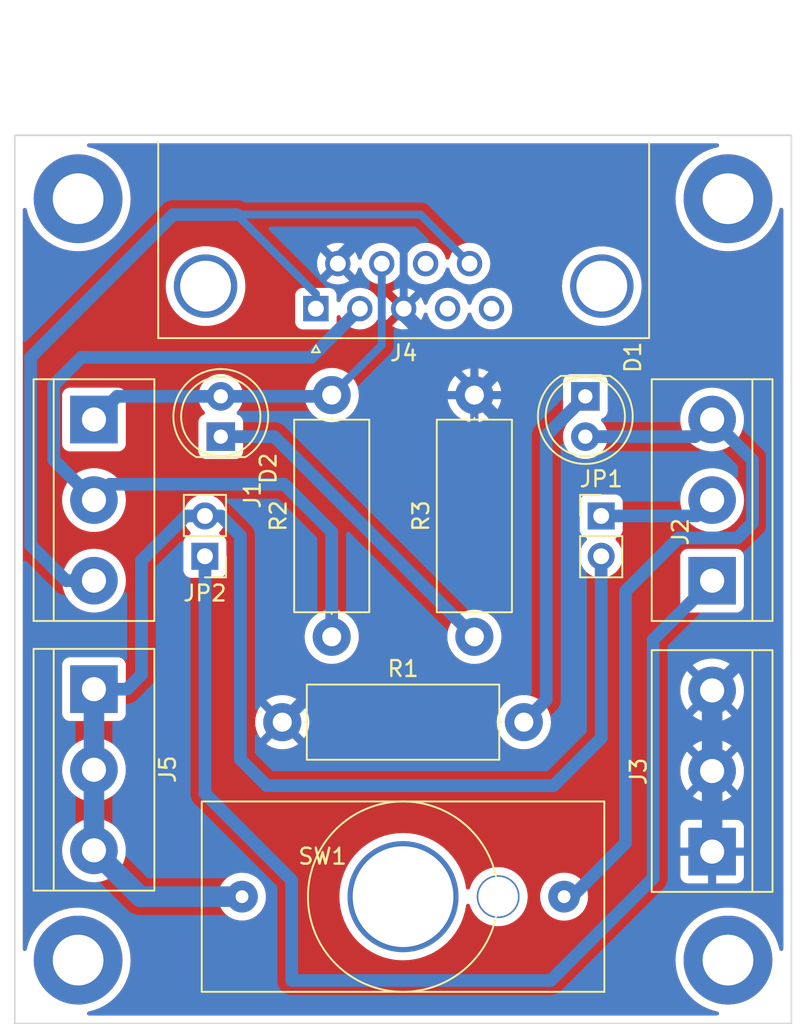
<source format=kicad_pcb>
(kicad_pcb (version 20211014) (generator pcbnew)
  (layers (0 "F.Cu" signal) (31 "B.Cu" signal) (34 "B.Paste" user) (35 "F.Paste" user) (36 "B.SilkS" user "B.Silkscreen") (37 "F.SilkS" user "F.Silkscreen") (38 "B.Mask" user) (39 "F.Mask" user) (44 "Edge.Cuts" user))
  (net 0 "")
  (net 1 "Net-(D1-Pad1)")
  (net 2 "/KEYON")
  (net 3 "Net-(D2-Pad1)")
  (net 4 "/CAN_H_Peak")
  (net 5 "/CAN_L_Peak")
  (net 6 "/Can_V+")
  (net 7 "/DC Charging Wake up Signal")
  (net 8 "/AC Charging wake up")
  (net 9 "GND")
  (net 13 "+12V")
  (footprint "TerminalBlock:TerminalBlock_bornier-3_P5.08mm" (layer "F.Cu") (at 95 56.08 90)
    (fp_text reference "J2" (at 3.08 -2 90) (layer "F.SilkS"))
    (fp_text value "Screw_Terminal_01x03")
    (fp_line (start 12.7 3.81) (end 12.7 -3.81) (layer "F.SilkS") (width 0.12))
    (fp_line (start -2.54 3.81) (end -2.54 -3.81) (layer "F.SilkS") (width 0.12))
    (fp_line (start -2.54 2.54) (end 12.7 2.54) (layer "F.SilkS") (width 0.12))
    (fp_line (start -2.54 3.81) (end 12.7 3.81) (layer "F.SilkS") (width 0.12))
    (fp_line (start -2.54 -3.81) (end 12.7 -3.81) (layer "F.SilkS") (width 0.12))
    (pad "1" thru_hole rect (at 0 0 90) (size 3 3) (drill 1.52) (layers *.Cu *.Mask) (net 7 "/DC Charging Wake up Signal"))
    (pad "2" thru_hole circle (at 5.08 0 90) (size 3 3) (drill 1.52) (layers *.Cu *.Mask) (net 8 "/AC Charging wake up"))
    (pad "3" thru_hole circle (at 10.16 0 90) (size 3 3) (drill 1.52) (layers *.Cu *.Mask) (net 2 "/KEYON"))
  )
  (footprint "TerminalBlock:TerminalBlock_bornier-3_P5.08mm" (layer "F.Cu") (at 56 62.92 -90)
    (fp_text reference "J5" (at 5.05 -4.65 90) (layer "F.SilkS"))
    (fp_text value "Screw_Terminal_01x03")
    (fp_line (start -2.54 2.54) (end 12.7 2.54) (layer "F.SilkS") (width 0.12))
    (fp_line (start -2.54 -3.81) (end 12.7 -3.81) (layer "F.SilkS") (width 0.12))
    (fp_line (start 12.7 3.81) (end 12.7 -3.81) (layer "F.SilkS") (width 0.12))
    (fp_line (start -2.54 3.81) (end 12.7 3.81) (layer "F.SilkS") (width 0.12))
    (fp_line (start -2.54 3.81) (end -2.54 -3.81) (layer "F.SilkS") (width 0.12))
    (pad "1" thru_hole rect (at 0 0 270) (size 3 3) (drill 1.52) (layers *.Cu *.Mask) (net 13 "+12V"))
    (pad "2" thru_hole circle (at 5.08 0 270) (size 3 3) (drill 1.52) (layers *.Cu *.Mask) (net 13 "+12V"))
    (pad "3" thru_hole circle (at 10.16 0 270) (size 3 3) (drill 1.52) (layers *.Cu *.Mask) (net 13 "+12V"))
  )
  (footprint "" (layer "F.Cu") (at 55 80)
    (fp_text reference "" (at 0 0) (layer "F.SilkS") (effects (font (size 1.27 1.27))))
    (fp_text value "" (at 0 0) (layer "F.SilkS") (effects (font (size 1.27 1.27))))
    (pad "1" thru_hole circle (at 0 0) (size 5.6 5.6) (drill 3.2) (layers *.Cu *.Mask))
  )
  (footprint "MountingHole:MountingHole_3.2mm_M3_DIN965_Pad" (layer "F.Cu") (at 55 32)
    (fp_text reference "REF**" hide)
    (fp_text value "MountingHole_3.2mm_M3_DIN965_Pad" hide)
    (pad "1" thru_hole circle (at 0 0) (size 5.6 5.6) (drill 3.2) (layers *.Cu *.Mask))
  )
  (footprint "" (layer "F.Cu") (at 96 32)
    (fp_text reference "" (at 0 0) (layer "F.SilkS") (effects (font (size 1.27 1.27))))
    (fp_text value "" (at 0 0) (layer "F.SilkS") (effects (font (size 1.27 1.27))))
    (pad "1" thru_hole circle (at 0 0) (size 5.6 5.6) (drill 3.2) (layers *.Cu *.Mask))
  )
  (footprint "Resistor_THT:R_Axial_DIN0414_L11.9mm_D4.5mm_P15.24mm_Horizontal" (layer "F.Cu") (at 71 59.62 90)
    (fp_text reference "R2" (at 7.62 -3.37 90) (layer "F.SilkS"))
    (fp_text value "R")
    (fp_line (start 13.8 0) (end 13.69 0) (layer "F.SilkS") (width 0.12))
    (fp_line (start 1.55 2.37) (end 13.69 2.37) (layer "F.SilkS") (width 0.12))
    (fp_line (start 13.69 2.37) (end 13.69 -2.37) (layer "F.SilkS") (width 0.12))
    (fp_line (start 13.69 -2.37) (end 1.55 -2.37) (layer "F.SilkS") (width 0.12))
    (fp_line (start 1.44 0) (end 1.55 0) (layer "F.SilkS") (width 0.12))
    (fp_line (start 1.55 -2.37) (end 1.55 2.37) (layer "F.SilkS") (width 0.12))
    (pad "1" thru_hole circle (at 0 0 90) (size 2.4 2.4) (drill 1.2) (layers *.Cu *.Mask) (net 5 "/CAN_L_Peak"))
    (pad "2" thru_hole oval (at 15.24 0 90) (size 2.4 2.4) (drill 1.2) (layers *.Cu *.Mask) (net 4 "/CAN_H_Peak"))
  )
  (footprint "EPSA_lib:Interrupteur 1Channel" (layer "F.Cu") (at 75.5 76)
    (fp_text reference "SW1" (at -5.08 -2.54 unlocked) (layer "F.SilkS"))
    (fp_text value "SW_MEC_5G")
    (fp_rect (start 12.7 6) (end -12.7 -6) (layer "F.SilkS") (width 0.12) (fill none))
    (fp_circle (center 0 0) (end 6 0) (layer "F.SilkS") (width 0.12) (fill none))
    (pad "" np_thru_hole circle (at 0 0) (size 7 7) (drill 6.35) (layers F&B.Cu *.Mask))
    (pad "" np_thru_hole circle (at 6 0) (size 2.7 2.7) (drill 2.5) (layers F&B.Cu *.Mask))
    (pad "2" thru_hole circle (at 10.16 0) (size 2 2) (drill 0.81) (layers *.Cu *.Mask) (net 2 "/KEYON"))
    (pad "3" thru_hole circle (at -10.16 0) (size 2 2) (drill 0.81) (layers *.Cu *.Mask) (net 13 "+12V"))
  )
  (footprint "Resistor_THT:R_Axial_DIN0414_L11.9mm_D4.5mm_P15.24mm_Horizontal" (layer "F.Cu") (at 80 59.62 90)
    (fp_text reference "R3" (at 7.62 -3.37 90) (layer "F.SilkS"))
    (fp_text value "R")
    (fp_line (start 13.69 2.37) (end 13.69 -2.37) (layer "F.SilkS") (width 0.12))
    (fp_line (start 1.55 -2.37) (end 1.55 2.37) (layer "F.SilkS") (width 0.12))
    (fp_line (start 1.44 0) (end 1.55 0) (layer "F.SilkS") (width 0.12))
    (fp_line (start 1.55 2.37) (end 13.69 2.37) (layer "F.SilkS") (width 0.12))
    (fp_line (start 13.69 -2.37) (end 1.55 -2.37) (layer "F.SilkS") (width 0.12))
    (fp_line (start 13.8 0) (end 13.69 0) (layer "F.SilkS") (width 0.12))
    (pad "1" thru_hole circle (at 0 0 90) (size 2.4 2.4) (drill 1.2) (layers *.Cu *.Mask) (net 3 "Net-(D2-Pad1)"))
    (pad "2" thru_hole oval (at 15.24 0 90) (size 2.4 2.4) (drill 1.2) (layers *.Cu *.Mask) (net 9 "GND"))
  )
  (footprint "Connector_PinHeader_2.54mm:PinHeader_1x02_P2.54mm_Vertical" (layer "F.Cu") (at 63 54.54 180)
    (fp_text reference "JP2" (at 0 -2.33) (layer "F.SilkS"))
    (fp_text value "Jumper_2_Bridged")
    (fp_line (start -1.33 0) (end -1.33 -1.33) (layer "F.SilkS") (width 0.12))
    (fp_line (start -1.33 3.87) (end 1.33 3.87) (layer "F.SilkS") (width 0.12))
    (fp_line (start -1.33 -1.33) (end 0 -1.33) (layer "F.SilkS") (width 0.12))
    (fp_line (start -1.33 1.27) (end 1.33 1.27) (layer "F.SilkS") (width 0.12))
    (fp_line (start 1.33 1.27) (end 1.33 3.87) (layer "F.SilkS") (width 0.12))
    (fp_line (start -1.33 1.27) (end -1.33 3.87) (layer "F.SilkS") (width 0.12))
    (pad "1" thru_hole rect (at 0 0 180) (size 1.7 1.7) (drill 1) (layers *.Cu *.Mask) (net 7 "/DC Charging Wake up Signal"))
    (pad "2" thru_hole oval (at 0 2.54 180) (size 1.7 1.7) (drill 1) (layers *.Cu *.Mask) (net 13 "+12V"))
  )
  (footprint "Connector_Dsub:DSUB-9_Female_Horizontal_P2.77x2.84mm_EdgePinOffset7.70mm_Housed_MountingHolesOffset9.12mm" (layer "F.Cu") (at 70 38.930331 180)
    (fp_text reference "J4" (at -5.54 -2.8) (layer "F.SilkS"))
    (fp_text value "DB9_Female_MountingHoles")
    (fp_line (start 0.25 -2.754338) (end 0 -2.321325) (layer "F.SilkS") (width 0.12))
    (fp_line (start 9.945 -1.86) (end 9.945 10.48) (layer "F.SilkS") (width 0.12))
    (fp_line (start -0.25 -2.754338) (end 0.25 -2.754338) (layer "F.SilkS") (width 0.12))
    (fp_line (start -21.025 10.48) (end -21.025 -1.86) (layer "F.SilkS") (width 0.12))
    (fp_line (start 0 -2.321325) (end -0.25 -2.754338) (layer "F.SilkS") (width 0.12))
    (fp_line (start -21.025 -1.86) (end 9.945 -1.86) (layer "F.SilkS") (width 0.12))
    (pad "0" thru_hole circle (at -18.04 1.42 180) (size 4 4) (drill 3.2) (layers *.Cu *.Mask))
    (pad "0" thru_hole circle (at 6.96 1.42 180) (size 4 4) (drill 3.2) (layers *.Cu *.Mask))
    (pad "1" thru_hole rect (at 0 0 180) (size 1.6 1.6) (drill 1) (layers *.Cu *.Mask) (net 6 "/Can_V+"))
    (pad "2" thru_hole circle (at -2.77 0 180) (size 1.6 1.6) (drill 1) (layers *.Cu *.Mask) (net 5 "/CAN_L_Peak"))
    (pad "3" thru_hole circle (at -5.54 0 180) (size 1.6 1.6) (drill 1) (layers *.Cu *.Mask) (net 9 "GND"))
    (pad "4" thru_hole circle (at -8.31 0 180) (size 1.6 1.6) (drill 1) (layers *.Cu *.Mask))
    (pad "5" thru_hole circle (at -11.08 0 180) (size 1.6 1.6) (drill 1) (layers *.Cu *.Mask))
    (pad "6" thru_hole circle (at -1.385 2.84 180) (size 1.6 1.6) (drill 1) (layers *.Cu *.Mask) (net 9 "GND"))
    (pad "7" thru_hole circle (at -4.155 2.84 180) (size 1.6 1.6) (drill 1) (layers *.Cu *.Mask) (net 4 "/CAN_H_Peak"))
    (pad "8" thru_hole circle (at -6.925 2.84 180) (size 1.6 1.6) (drill 1) (layers *.Cu *.Mask))
    (pad "9" thru_hole circle (at -9.695 2.84 180) (size 1.6 1.6) (drill 1) (layers *.Cu *.Mask) (net 6 "/Can_V+"))
  )
  (footprint "TerminalBlock:TerminalBlock_bornier-3_P5.08mm" (layer "F.Cu") (at 95 73.16 90)
    (fp_text reference "J3" (at 5.05 -4.65 90) (layer "F.SilkS"))
    (fp_text value "Screw_Terminal_01x03")
    (fp_line (start 12.7 3.81) (end 12.7 -3.81) (layer "F.SilkS") (width 0.12))
    (fp_line (start -2.54 -3.81) (end 12.7 -3.81) (layer "F.SilkS") (width 0.12))
    (fp_line (start -2.54 3.81) (end 12.7 3.81) (layer "F.SilkS") (width 0.12))
    (fp_line (start -2.54 3.81) (end -2.54 -3.81) (layer "F.SilkS") (width 0.12))
    (fp_line (start -2.54 2.54) (end 12.7 2.54) (layer "F.SilkS") (width 0.12))
    (pad "1" thru_hole rect (at 0 0 90) (size 3 3) (drill 1.52) (layers *.Cu *.Mask) (net 9 "GND"))
    (pad "2" thru_hole circle (at 5.08 0 90) (size 3 3) (drill 1.52) (layers *.Cu *.Mask) (net 9 "GND"))
    (pad "3" thru_hole circle (at 10.16 0 90) (size 3 3) (drill 1.52) (layers *.Cu *.Mask) (net 9 "GND"))
  )
  (footprint "TerminalBlock:TerminalBlock_bornier-3_P5.08mm" (layer "F.Cu") (at 56 45.92 -90)
    (fp_text reference "J1" (at 4.75 -10 90) (layer "F.SilkS"))
    (fp_text value "Screw_Terminal_01x03")
    (fp_line (start -2.54 3.81) (end -2.54 -3.81) (layer "F.SilkS") (width 0.12))
    (fp_line (start -2.54 -3.81) (end 12.7 -3.81) (layer "F.SilkS") (width 0.12))
    (fp_line (start 12.7 3.81) (end 12.7 -3.81) (layer "F.SilkS") (width 0.12))
    (fp_line (start -2.54 2.54) (end 12.7 2.54) (layer "F.SilkS") (width 0.12))
    (fp_line (start -2.54 3.81) (end 12.7 3.81) (layer "F.SilkS") (width 0.12))
    (pad "1" thru_hole rect (at 0 0 270) (size 3 3) (drill 1.52) (layers *.Cu *.Mask) (net 4 "/CAN_H_Peak"))
    (pad "2" thru_hole circle (at 5.08 0 270) (size 3 3) (drill 1.52) (layers *.Cu *.Mask) (net 5 "/CAN_L_Peak"))
    (pad "3" thru_hole circle (at 10.16 0 270) (size 3 3) (drill 1.52) (layers *.Cu *.Mask) (net 6 "/Can_V+"))
  )
  (footprint "Resistor_THT:R_Axial_DIN0414_L11.9mm_D4.5mm_P15.24mm_Horizontal" (layer "F.Cu") (at 67.88 65)
    (fp_text reference "R1" (at 7.62 -3.37) (layer "F.SilkS"))
    (fp_text value "R")
    (fp_line (start 1.55 2.37) (end 13.69 2.37) (layer "F.SilkS") (width 0.12))
    (fp_line (start 13.8 0) (end 13.69 0) (layer "F.SilkS") (width 0.12))
    (fp_line (start 13.69 2.37) (end 13.69 -2.37) (layer "F.SilkS") (width 0.12))
    (fp_line (start 1.44 0) (end 1.55 0) (layer "F.SilkS") (width 0.12))
    (fp_line (start 13.69 -2.37) (end 1.55 -2.37) (layer "F.SilkS") (width 0.12))
    (fp_line (start 1.55 -2.37) (end 1.55 2.37) (layer "F.SilkS") (width 0.12))
    (pad "1" thru_hole circle (at 0 0) (size 2.4 2.4) (drill 1.2) (layers *.Cu *.Mask) (net 9 "GND"))
    (pad "2" thru_hole oval (at 15.24 0) (size 2.4 2.4) (drill 1.2) (layers *.Cu *.Mask) (net 1 "Net-(D1-Pad1)"))
  )
  (footprint "Connector_PinHeader_2.54mm:PinHeader_1x02_P2.54mm_Vertical" (layer "F.Cu") (at 88 52)
    (fp_text reference "JP1" (at 0 -2.33) (layer "F.SilkS"))
    (fp_text value "Jumper_2_Bridged")
    (fp_line (start -1.33 0) (end -1.33 -1.33) (layer "F.SilkS") (width 0.12))
    (fp_line (start -1.33 1.27) (end -1.33 3.87) (layer "F.SilkS") (width 0.12))
    (fp_line (start -1.33 -1.33) (end 0 -1.33) (layer "F.SilkS") (width 0.12))
    (fp_line (start 1.33 1.27) (end 1.33 3.87) (layer "F.SilkS") (width 0.12))
    (fp_line (start -1.33 1.27) (end 1.33 1.27) (layer "F.SilkS") (width 0.12))
    (fp_line (start -1.33 3.87) (end 1.33 3.87) (layer "F.SilkS") (width 0.12))
    (pad "1" thru_hole rect (at 0 0) (size 1.7 1.7) (drill 1) (layers *.Cu *.Mask) (net 8 "/AC Charging wake up"))
    (pad "2" thru_hole oval (at 0 2.54) (size 1.7 1.7) (drill 1) (layers *.Cu *.Mask) (net 13 "+12V"))
  )
  (footprint "" (layer "F.Cu") (at 96 80)
    (fp_text reference "" (at 0 0) (layer "F.SilkS") (effects (font (size 1.27 1.27))))
    (fp_text value "" (at 0 0) (layer "F.SilkS") (effects (font (size 1.27 1.27))))
    (pad "1" thru_hole circle (at 0 0) (size 5.6 5.6) (drill 3.2) (layers *.Cu *.Mask))
  )
  (footprint "LED_THT:LED_D5.0mm" (layer "F.Cu") (at 87 44.46 -90)
    (fp_text reference "D1" (at -2.46 -3 90) (layer "F.SilkS"))
    (fp_text value "LED")
    (fp_line (start -1.29 -1.545) (end -1.29 1.545) (layer "F.SilkS") (width 0.12))
    (fp_arc (start -1.29 -1.54483) (mid 2.072002 -2.880433) (end 4.26 0.000462) (layer "F.SilkS") (width 0.12))
    (fp_arc (start 4.26 -0.000462) (mid 2.072002 2.880433) (end -1.29 1.54483) (layer "F.SilkS") (width 0.12))
    (fp_circle (center 1.27 0) (end 3.77 0) (layer "F.SilkS") (width 0.12) (fill none))
    (pad "1" thru_hole rect (at 0 0 270) (size 1.8 1.8) (drill 0.9) (layers *.Cu *.Mask) (net 1 "Net-(D1-Pad1)"))
    (pad "2" thru_hole circle (at 2.54 0 270) (size 1.8 1.8) (drill 0.9) (layers *.Cu *.Mask) (net 2 "/KEYON"))
  )
  (footprint "LED_THT:LED_D5.0mm" (layer "F.Cu") (at 64 47 90)
    (fp_text reference "D2" (at -2 3 90) (layer "F.SilkS"))
    (fp_text value "LED")
    (fp_line (start -1.29 -1.545) (end -1.29 1.545) (layer "F.SilkS") (width 0.12))
    (fp_arc (start 4.26 -0.000462) (mid 2.072002 2.880433) (end -1.29 1.54483) (layer "F.SilkS") (width 0.12))
    (fp_arc (start -1.29 -1.54483) (mid 2.072002 -2.880433) (end 4.26 0.000462) (layer "F.SilkS") (width 0.12))
    (fp_circle (center 1.27 0) (end 3.77 0) (layer "F.SilkS") (width 0.12) (fill none))
    (pad "1" thru_hole rect (at 0 0 90) (size 1.8 1.8) (drill 0.9) (layers *.Cu *.Mask) (net 3 "Net-(D2-Pad1)"))
    (pad "2" thru_hole circle (at 2.54 0 90) (size 1.8 1.8) (drill 0.9) (layers *.Cu *.Mask) (net 4 "/CAN_H_Peak"))
  )
  (gr_rect (start 51 28) (end 100 84) (layer "Edge.Cuts") (width 0.1) (fill none))
  (segment (start 84.534948 46.925052) (end 84.534948 63.585052) (width 0.8) (layer "B.Cu") (net 1))
  (segment (start 87 44.46) (end 84.534948 46.925052) (width 0.8) (layer "B.Cu") (net 1))
  (segment (start 84.534948 63.585052) (end 83.12 65) (width 0.8) (layer "B.Cu") (net 1))
  (segment (start 86.16 76) (end 89.537003 72.622997) (width 0.8) (layer "B.Cu") (net 2))
  (segment (start 96.600475 53.384619) (end 97.542271 52.442823) (width 0.8) (layer "B.Cu") (net 2))
  (segment (start 89.537003 56.727996) (end 92.88038 53.384619) (width 0.8) (layer "B.Cu") (net 2))
  (segment (start 97.542271 48.462271) (end 95 45.92) (width 0.8) (layer "B.Cu") (net 2))
  (segment (start 95 45.92) (end 93.92 47) (width 0.8) (layer "B.Cu") (net 2))
  (segment (start 92.88038 53.384619) (end 96.600475 53.384619) (width 0.8) (layer "B.Cu") (net 2))
  (segment (start 97.542271 52.442823) (end 97.542271 48.462271) (width 0.8) (layer "B.Cu") (net 2))
  (segment (start 85.66 76) (end 86.16 76) (width 0.8) (layer "B.Cu") (net 2))
  (segment (start 89.537003 72.622997) (end 89.537003 56.727996) (width 0.8) (layer "B.Cu") (net 2))
  (segment (start 93.92 47) (end 87 47) (width 0.8) (layer "B.Cu") (net 2))
  (segment (start 64 47) (end 67.38 47) (width 0.8) (layer "B.Cu") (net 3))
  (segment (start 67.38 47) (end 80 59.62) (width 0.8) (layer "B.Cu") (net 3))
  (segment (start 56 45.92) (end 57.46 44.46) (width 0.8) (layer "B.Cu") (net 4))
  (segment (start 64 44.46) (end 70.92 44.46) (width 0.8) (layer "B.Cu") (net 4))
  (segment (start 70.92 44.46) (end 71 44.38) (width 0.8) (layer "B.Cu") (net 4))
  (segment (start 74.155 36.090331) (end 74.155 41.225) (width 0.5) (layer "B.Cu") (net 4))
  (segment (start 74.155 41.225) (end 71 44.38) (width 0.5) (layer "B.Cu") (net 4))
  (segment (start 57.08 47) (end 56 45.92) (width 0.8) (layer "B.Cu") (net 4))
  (segment (start 57.46 44.46) (end 64 44.46) (width 0.8) (layer "B.Cu") (net 4))
  (segment (start 57 50) (end 68 50) (width 0.8) (layer "B.Cu") (net 5))
  (segment (start 55.197417 42) (end 69.700331 42) (width 0.8) (layer "B.Cu") (net 5))
  (segment (start 53.466209 43.731208) (end 55.197417 42) (width 0.8) (layer "B.Cu") (net 5))
  (segment (start 71 53) (end 71 59.62) (width 0.8) (layer "B.Cu") (net 5))
  (segment (start 56 51) (end 53.466209 48.466209) (width 0.8) (layer "B.Cu") (net 5))
  (segment (start 56 51) (end 57 50) (width 0.8) (layer "B.Cu") (net 5))
  (segment (start 68 50) (end 71 53) (width 0.8) (layer "B.Cu") (net 5))
  (segment (start 53.466209 48.466209) (end 53.466209 43.731208) (width 0.8) (layer "B.Cu") (net 5))
  (segment (start 69.700331 42) (end 72.77 38.930331) (width 0.8) (layer "B.Cu") (net 5))
  (segment (start 76.604669 33) (end 65 33) (width 0.5) (layer "B.Cu") (net 6))
  (segment (start 61 33) (end 52 42) (width 0.8) (layer "B.Cu") (net 6))
  (segment (start 52 53.83329) (end 54.24671 56.08) (width 0.8) (layer "B.Cu") (net 6))
  (segment (start 70 38) (end 70 38.930331) (width 0.5) (layer "B.Cu") (net 6))
  (segment (start 54.24671 56.08) (end 56 56.08) (width 0.8) (layer "B.Cu") (net 6))
  (segment (start 65 33) (end 70 38) (width 0.5) (layer "B.Cu") (net 6))
  (segment (start 52 42) (end 52 53.83329) (width 0.8) (layer "B.Cu") (net 6))
  (segment (start 79.695 36.090331) (end 76.604669 33) (width 0.5) (layer "B.Cu") (net 6))
  (segment (start 65 33) (end 61 33) (width 0.8) (layer "B.Cu") (net 6))
  (segment (start 68.477323 74.977193) (end 63 69.49987) (width 0.8) (layer "B.Cu") (net 7))
  (segment (start 84.820121 81.287228) (end 68.477323 81.287228) (width 0.8) (layer "B.Cu") (net 7))
  (segment (start 63 69.49987) (end 63 54.54) (width 0.8) (layer "B.Cu") (net 7))
  (segment (start 68.477323 81.287228) (end 68.477323 74.977193) (width 0.8) (layer "B.Cu") (net 7))
  (segment (start 91.279326 74.828023) (end 84.820121 81.287228) (width 0.8) (layer "B.Cu") (net 7))
  (segment (start 91.279326 59.800674) (end 91.279326 74.828023) (width 0.8) (layer "B.Cu") (net 7))
  (segment (start 95 56.08) (end 91.279326 59.800674) (width 0.8) (layer "B.Cu") (net 7))
  (segment (start 94 52) (end 95 51) (width 0.8) (layer "B.Cu") (net 8))
  (segment (start 88 52) (end 94 52) (width 0.8) (layer "B.Cu") (net 8))
  (segment (start 80 44.022228) (end 80 44.38) (width 0.5) (layer "B.Cu") (net 9))
  (segment (start 98.792271 59.207729) (end 98.792271 44.792271) (width 0.8) (layer "B.Cu") (net 9))
  (segment (start 71.385 36.090331) (end 71.385 35.618211) (width 0.5) (layer "B.Cu") (net 9))
  (segment (start 82.70898 47.08898) (end 80 44.38) (width 0.8) (layer "B.Cu") (net 9))
  (segment (start 83.38 41) (end 80 44.38) (width 0.8) (layer "B.Cu") (net 9))
  (segment (start 82.70898 61.29102) (end 82.70898 47.08898) (width 0.8) (layer "B.Cu") (net 9))
  (segment (start 75.54 38.930331) (end 75.54 39.562228) (width 0.5) (layer "B.Cu") (net 9))
  (segment (start 72.824703 34.178508) (end 74.771082 34.178508) (width 0.5) (layer "B.Cu") (net 9))
  (segment (start 75.54 39.562228) (end 80 44.022228) (width 0.5) (layer "B.Cu") (net 9))
  (segment (start 95 63) (end 98.792271 59.207729) (width 0.8) (layer "B.Cu") (net 9))
  (segment (start 69.74779 63.13221) (end 80.86779 63.13221) (width 0.8) (layer "B.Cu") (net 9))
  (segment (start 95 73.16) (end 95 63) (width 1.3) (layer "B.Cu") (net 9))
  (segment (start 95 41) (end 83.38 41) (width 0.8) (layer "B.Cu") (net 9))
  (segment (start 71.385 35.618211) (end 72.824703 34.178508) (width 0.5) (layer "B.Cu") (net 9))
  (segment (start 67.88 65) (end 69.74779 63.13221) (width 0.8) (layer "B.Cu") (net 9))
  (segment (start 74.771082 34.178508) (end 75.54 34.947426) (width 0.5) (layer "B.Cu") (net 9))
  (segment (start 98.792271 44.792271) (end 95 41) (width 0.8) (layer "B.Cu") (net 9))
  (segment (start 80.86779 63.13221) (end 82.70898 61.29102) (width 0.8) (layer "B.Cu") (net 9))
  (segment (start 75.54 34.947426) (end 75.54 38.930331) (width 0.5) (layer "B.Cu") (net 9))
  (segment (start 85 69) (end 66.898261 69) (width 0.8) (layer "B.Cu") (net 13))
  (segment (start 64 52) (end 63 52) (width 0.8) (layer "B.Cu") (net 13))
  (segment (start 56 62.92) (end 56 73.08) (width 1.3) (layer "B.Cu") (net 13))
  (segment (start 88 54.54) (end 88 66) (width 0.8) (layer "B.Cu") (net 13))
  (segment (start 59 62) (end 58.08 62.92) (width 0.8) (layer "B.Cu") (net 13))
  (segment (start 65.236712 67.338451) (end 65.236712 53.236712) (width 0.8) (layer "B.Cu") (net 13))
  (segment (start 63 52) (end 61.797919 52) (width 0.8) (layer "B.Cu") (net 13))
  (segment (start 65.34 76) (end 58.92 76) (width 1.3) (layer "B.Cu") (net 13))
  (segment (start 65.236712 53.236712) (end 64 52) (width 0.8) (layer "B.Cu") (net 13))
  (segment (start 66.898261 69) (end 65.236712 67.338451) (width 0.8) (layer "B.Cu") (net 13))
  (segment (start 88 66) (end 85 69) (width 0.8) (layer "B.Cu") (net 13))
  (segment (start 58.92 76) (end 56 73.08) (width 1.3) (layer "B.Cu") (net 13))
  (segment (start 61.797919 52) (end 59 54.797919) (width 0.8) (layer "B.Cu") (net 13))
  (segment (start 58.08 62.92) (end 56 62.92) (width 0.8) (layer "B.Cu") (net 13))
  (segment (start 59 54.797919) (end 59 62) (width 0.8) (layer "B.Cu") (net 13))
  (zone (net 9) (net_name "GND") (layers F&B.Cu) (connect_pads (clearance 0.508)) (min_thickness 0.254) (fill yes (thermal_gap 0.508) (thermal_bridge_width 0.508))
    (polygon (pts (xy 100 84) (xy 51 84) (xy 51 28) (xy 100 28)))
  )
)
</source>
